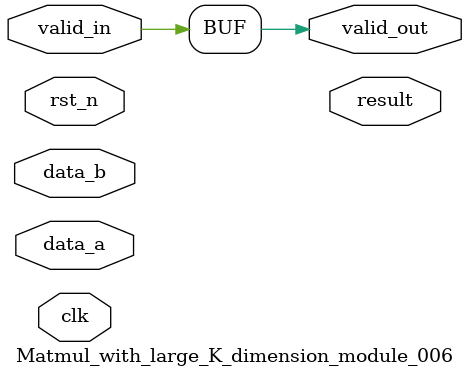
<source format=v>

module Matmul_with_large_K_dimension_module_006 (
    input clk,
    input rst_n,
    input valid_in,
    output valid_out,
    // Add specific ports based on operator type
    input [31:0] data_a,
    input [31:0] data_b,
    output [31:0] result
);

    // Module implementation would go here
    // This is a template - actual implementation depends on the operator
    
        // Generic operator implementation
    assign output_data = input_data; // Placeholder
    assign valid_out = valid_in;

endmodule

</source>
